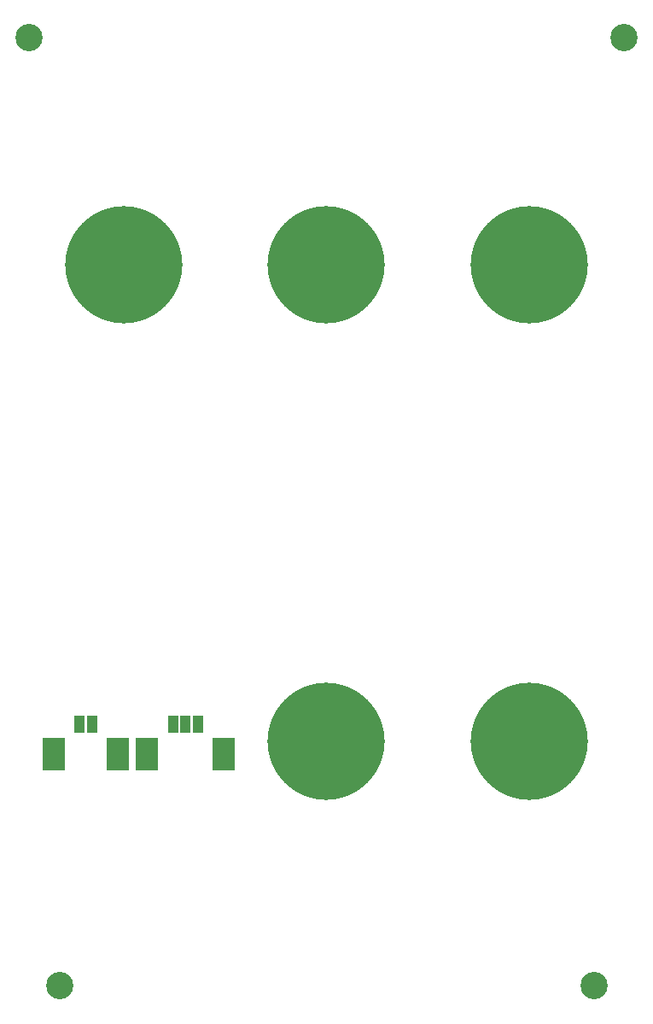
<source format=gbs>
G04*
G04 #@! TF.GenerationSoftware,Altium Limited,Altium Designer,18.1.7 (191)*
G04*
G04 Layer_Color=16711935*
%FSLAX25Y25*%
%MOIN*%
G70*
G01*
G75*
%ADD23C,0.45800*%
%ADD24C,0.10642*%
%ADD32R,0.09068X0.12611*%
%ADD33R,0.03950X0.07099*%
D23*
X242531Y105461D02*
D03*
X84112Y291463D02*
D03*
X163323D02*
D03*
X242533D02*
D03*
X163323Y105463D02*
D03*
D24*
X47244Y379921D02*
D03*
X279527D02*
D03*
X59055Y9843D02*
D03*
X267717Y9843D02*
D03*
D32*
X123232Y100500D02*
D03*
X93311D02*
D03*
X56772Y100500D02*
D03*
X81772Y100500D02*
D03*
D33*
X103350Y111917D02*
D03*
X108272D02*
D03*
X113193D02*
D03*
X71732Y111917D02*
D03*
X66811D02*
D03*
M02*

</source>
